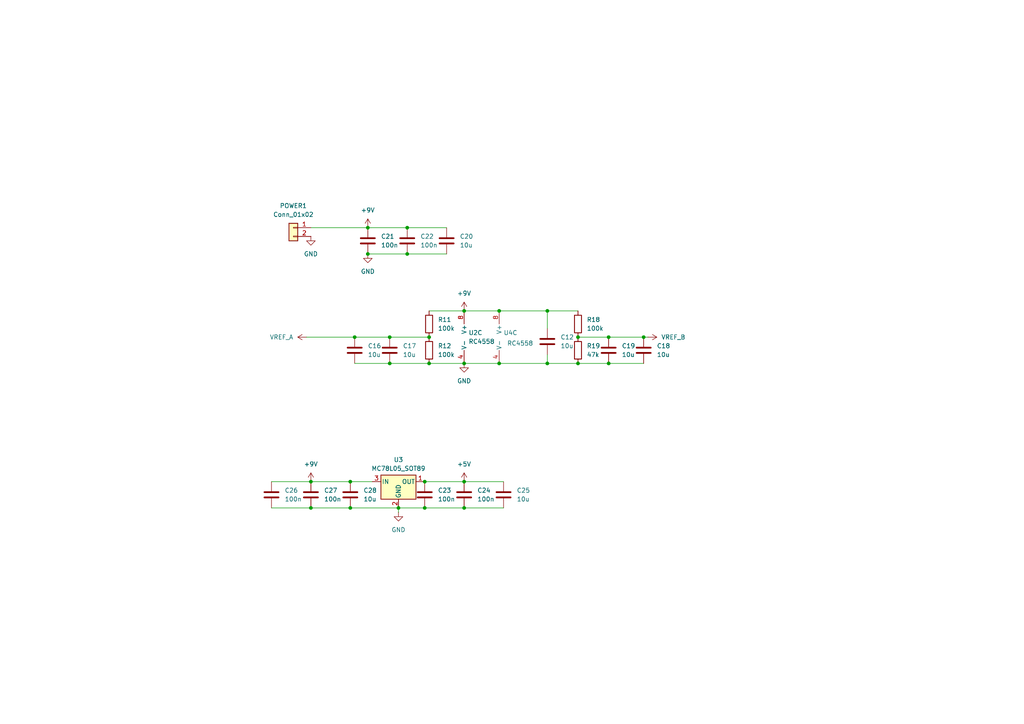
<source format=kicad_sch>
(kicad_sch (version 20231120) (generator "eeschema") (generator_version "8.0")
  (paper "A4")
  (lib_symbols
    (symbol "Amplifier_Operational:RC4558" (pin_names (offset 0.127))
      (property "Reference" "U" (at 0 5.08 0))
      (property "Value" "RC4558" (at 0 -5.08 0))
      (symbol "RC4558_1_1"
        (polyline (pts (xy -5.08 5.08) (xy 5.08 0) (xy -5.08 -5.08) (xy -5.08 5.08)) (stroke (width 0.254)) (fill (type background)))
        (pin output line (at 7.62 0 180) (length 2.54) (name "~") (number "1"))
        (pin input line (at -7.62 -2.54 0) (length 2.54) (name "-") (number "2"))
        (pin input line (at -7.62 2.54 0) (length 2.54) (name "+") (number "3"))
      )
      (symbol "RC4558_2_1"
        (polyline (pts (xy -5.08 5.08) (xy 5.08 0) (xy -5.08 -5.08) (xy -5.08 5.08)) (stroke (width 0.254)) (fill (type background)))
        (pin input line (at -7.62 2.54 0) (length 2.54) (name "+") (number "5"))
        (pin input line (at -7.62 -2.54 0) (length 2.54) (name "-") (number "6"))
        (pin output line (at 7.62 0 180) (length 2.54) (name "~") (number "7"))
      )
      (symbol "RC4558_3_1"
        (pin power_in line (at -2.54 -7.62 90) (length 3.81) (name "V-") (number "4"))
        (pin power_in line (at -2.54 7.62 270) (length 3.81) (name "V+") (number "8"))
      )
    )
    (symbol "Connector_Generic:Conn_01x02" (pin_names (offset 1.016) hide)
      (property "Reference" "J" (at 0 2.54 0))
      (property "Value" "Conn_01x02" (at 0 -5.08 0))
      (symbol "Conn_01x02_1_1"
        (rectangle (start -1.27 -2.413) (end 0 -2.667) (stroke (width 0.1524)))
        (rectangle (start -1.27 0.127) (end 0 -0.127) (stroke (width 0.1524)))
        (rectangle (start -1.27 1.27) (end 1.27 -3.81) (stroke (width 0.254)) (fill (type background)))
        (pin passive line (at -5.08 0 0) (length 3.81) (name "Pin_1") (number "1"))
        (pin passive line (at -5.08 -2.54 0) (length 3.81) (name "Pin_2") (number "2"))
      )
    )
    (symbol "Device:C" (pin_numbers hide) (pin_names (offset 0.254))
      (property "Reference" "C" (at 0.635 2.54 0))
      (property "Value" "C" (at 0.635 -2.54 0))
      (symbol "C_0_1"
        (polyline (pts (xy -2.032 -0.762) (xy 2.032 -0.762)) (stroke (width 0.508)))
        (polyline (pts (xy -2.032 0.762) (xy 2.032 0.762)) (stroke (width 0.508)))
      )
      (symbol "C_1_1"
        (pin passive line (at 0 3.81 270) (length 2.794) (name "~") (number "1"))
        (pin passive line (at 0 -3.81 90) (length 2.794) (name "~") (number "2"))
      )
    )
    (symbol "Device:R" (pin_numbers hide) (pin_names (offset 0))
      (property "Reference" "R" (at 2.032 0 90))
      (property "Value" "R" (at 0 0 90))
      (symbol "R_0_1"
        (rectangle (start -1.016 -2.54) (end 1.016 2.54) (stroke (width 0.254)))
      )
      (symbol "R_1_1"
        (pin passive line (at 0 3.81 270) (length 1.27) (name "~") (number "1"))
        (pin passive line (at 0 -3.81 90) (length 1.27) (name "~") (number "2"))
      )
    )
    (symbol "Regulator_Linear:MC78L05_SOT89" (pin_names (offset 0.254))
      (property "Reference" "U" (at -3.81 3.175 0))
      (property "Value" "MC78L05_SOT89" (at -0.635 3.175 0))
      (symbol "MC78L05_SOT89_0_1"
        (rectangle (start -5.08 1.905) (end 5.08 -5.08) (stroke (width 0.254)) (fill (type background)))
      )
      (symbol "MC78L05_SOT89_1_1"
        (pin power_out line (at 7.62 0 180) (length 2.54) (name "OUT") (number "1"))
        (pin power_in line (at 0 -7.62 90) (length 2.54) (name "GND") (number "2"))
        (pin power_in line (at -7.62 0 0) (length 2.54) (name "IN") (number "3"))
      )
    )
    (symbol "power:+5V" (power) (pin_numbers hide) (pin_names (offset 0) hide)
      (property "Value" "+5V" (at 0 3.556 0))
      (symbol "+5V_0_1"
        (polyline (pts (xy -0.762 1.27) (xy 0 2.54)))
        (polyline (pts (xy 0 0) (xy 0 2.54)))
        (polyline (pts (xy 0 2.54) (xy 0.762 1.27)))
      )
      (symbol "+5V_1_1"
        (pin power_in line (at 0 0 90) (length 0) (name "~") (number "1"))
      )
    )
    (symbol "power:+9V" (power) (pin_numbers hide) (pin_names (offset 0) hide)
      (property "Value" "+9V" (at 0 3.556 0))
      (symbol "+9V_0_1"
        (polyline (pts (xy -0.762 1.27) (xy 0 2.54)))
        (polyline (pts (xy 0 0) (xy 0 2.54)))
        (polyline (pts (xy 0 2.54) (xy 0.762 1.27)))
      )
      (symbol "+9V_1_1"
        (pin power_in line (at 0 0 90) (length 0) (name "~") (number "1"))
      )
    )
    (symbol "power:GND" (power) (pin_numbers hide) (pin_names (offset 0) hide)
      (property "Value" "GND" (at 0 -3.81 0))
      (symbol "GND_0_1"
        (polyline (pts (xy 0 0) (xy 0 -1.27) (xy 1.27 -1.27) (xy 0 -2.54) (xy -1.27 -1.27) (xy 0 -1.27)))
      )
      (symbol "GND_1_1"
        (pin power_in line (at 0 0 270) (length 0) (name "~") (number "1"))
      )
    )
    (symbol "power:VAA" (power) (pin_numbers hide) (pin_names (offset 0) hide)
      (property "Value" "VAA" (at 0 3.556 0))
      (symbol "VAA_0_1"
        (polyline (pts (xy -0.762 1.27) (xy 0 2.54)))
        (polyline (pts (xy 0 0) (xy 0 2.54)))
        (polyline (pts (xy 0 2.54) (xy 0.762 1.27)))
      )
      (symbol "VAA_1_1"
        (pin power_in line (at 0 0 90) (length 0) (name "~") (number "1"))
      )
    )
  )
  (junction (at 106.68 73.66))
  (junction (at 134.62 147.32))
  (junction (at 106.68 66.04))
  (junction (at 123.19 147.32))
  (junction (at 167.64 97.79))
  (junction (at 134.62 139.7))
  (junction (at 118.11 73.66))
  (junction (at 123.19 139.7))
  (junction (at 124.46 105.41))
  (junction (at 102.87 97.79))
  (junction (at 144.78 90.17))
  (junction (at 134.62 90.17))
  (junction (at 158.75 105.41))
  (junction (at 134.62 105.41))
  (junction (at 113.03 97.79))
  (junction (at 176.53 97.79))
  (junction (at 186.69 97.79))
  (junction (at 113.03 105.41))
  (junction (at 90.17 139.7))
  (junction (at 101.6 147.32))
  (junction (at 118.11 66.04))
  (junction (at 144.78 105.41))
  (junction (at 158.75 90.17))
  (junction (at 101.6 139.7))
  (junction (at 124.46 97.79))
  (junction (at 90.17 147.32))
  (junction (at 167.64 105.41))
  (junction (at 176.53 105.41))
  (junction (at 115.57 147.32))
  (wire (pts (xy 106.68 73.66) (xy 118.11 73.66)))
  (wire (pts (xy 123.19 139.7) (xy 134.62 139.7)))
  (wire (pts (xy 158.75 95.25) (xy 158.75 90.17)))
  (wire (pts (xy 113.03 97.79) (xy 124.46 97.79)))
  (wire (pts (xy 129.54 66.04) (xy 118.11 66.04)))
  (wire (pts (xy 146.05 147.32) (xy 134.62 147.32)))
  (wire (pts (xy 144.78 90.17) (xy 134.62 90.17)))
  (wire (pts (xy 167.64 105.41) (xy 176.53 105.41)))
  (wire (pts (xy 124.46 90.17) (xy 134.62 90.17)))
  (wire (pts (xy 113.03 105.41) (xy 124.46 105.41)))
  (wire (pts (xy 144.78 105.41) (xy 134.62 105.41)))
  (wire (pts (xy 129.54 73.66) (xy 118.11 73.66)))
  (wire (pts (xy 186.69 105.41) (xy 176.53 105.41)))
  (wire (pts (xy 134.62 139.7) (xy 146.05 139.7)))
  (wire (pts (xy 78.74 139.7) (xy 90.17 139.7)))
  (wire (pts (xy 102.87 97.79) (xy 113.03 97.79)))
  (wire (pts (xy 158.75 102.87) (xy 158.75 105.41)))
  (wire (pts (xy 167.64 97.79) (xy 176.53 97.79)))
  (wire (pts (xy 78.74 147.32) (xy 90.17 147.32)))
  (wire (pts (xy 90.17 139.7) (xy 101.6 139.7)))
  (wire (pts (xy 123.19 147.32) (xy 134.62 147.32)))
  (wire (pts (xy 144.78 90.17) (xy 158.75 90.17)))
  (wire (pts (xy 187.96 97.79) (xy 186.69 97.79)))
  (wire (pts (xy 90.17 66.04) (xy 106.68 66.04)))
  (wire (pts (xy 106.68 66.04) (xy 118.11 66.04)))
  (wire (pts (xy 186.69 97.79) (xy 176.53 97.79)))
  (wire (pts (xy 88.9 97.79) (xy 102.87 97.79)))
  (wire (pts (xy 158.75 105.41) (xy 167.64 105.41)))
  (wire (pts (xy 115.57 147.32) (xy 123.19 147.32)))
  (wire (pts (xy 90.17 147.32) (xy 101.6 147.32)))
  (wire (pts (xy 158.75 90.17) (xy 167.64 90.17)))
  (wire (pts (xy 124.46 105.41) (xy 134.62 105.41)))
  (wire (pts (xy 144.78 105.41) (xy 158.75 105.41)))
  (wire (pts (xy 115.57 148.59) (xy 115.57 147.32)))
  (wire (pts (xy 102.87 105.41) (xy 113.03 105.41)))
  (wire (pts (xy 101.6 139.7) (xy 107.95 139.7)))
  (wire (pts (xy 101.6 147.32) (xy 115.57 147.32)))
  (symbol (lib_id "Device:C") (at 158.75 99.06 180) (unit 1)
    (property "Reference" "C12" (at 162.56 97.7899 0) (effects (justify right)))
    (property "Value" "10u" (at 162.56 100.3299 0) (effects (justify right)))
    (property "Footprint" "Capacitor_SMD:C_0805_2012Metric" (effects (hide yes)))
    (property "Description" "Unpolarized capacitor" (effects (hide yes)))
  )
  (symbol (lib_id "power:VAA") (at 187.96 97.79 270) (unit 1)
    (property "Reference" "#PWR013" (effects (hide yes)))
    (property "Value" "VREF_B" (at 191.77 97.7899 90) (effects (justify left)))
    (property "Description" "Power symbol creates a global label with name \"VAA\"" (effects (hide yes)))
  )
  (symbol (lib_id "Device:C") (at 123.19 143.51 180) (unit 1)
    (property "Reference" "C23" (at 127 142.2399 0) (effects (justify right)))
    (property "Value" "100n" (at 127 144.7799 0) (effects (justify right)))
    (property "Footprint" "Capacitor_SMD:C_0805_2012Metric" (effects (hide yes)))
    (property "Description" "Unpolarized capacitor" (effects (hide yes)))
  )
  (symbol (lib_id "Device:C") (at 78.74 143.51 180) (unit 1)
    (property "Reference" "C26" (at 82.55 142.2399 0) (effects (justify right)))
    (property "Value" "100n" (at 82.55 144.7799 0) (effects (justify right)))
    (property "Footprint" "Capacitor_SMD:C_0805_2012Metric" (effects (hide yes)))
    (property "Description" "Unpolarized capacitor" (effects (hide yes)))
  )
  (symbol (lib_id "Regulator_Linear:MC78L05_SOT89") (at 115.57 139.7 0) (unit 1)
    (property "Reference" "U3" (at 115.57 133.35 0))
    (property "Value" "MC78L05_SOT89" (at 115.57 135.89 0))
    (property "Footprint" "Package_SO:SOIC-8_3.9x4.9mm_P1.27mm" (effects (hide yes)))
    (property "Datasheet" "https://www.onsemi.com/pub/Collateral/MC78L00A-D.PDF" (effects (hide yes)))
    (property "Description" "Positive 100mA 30V Linear Regulator, Fixed Output 5V, SOT-89" (effects (hide yes)))
  )
  (symbol (lib_id "power:+9V") (at 134.62 90.17 0) (unit 1)
    (property "Reference" "#PWR015" (effects (hide yes)))
    (property "Value" "+9V" (at 134.62 85.09 0))
    (property "Description" "Power symbol creates a global label with name \"+9V\"" (effects (hide yes)))
  )
  (symbol (lib_id "power:VAA") (at 88.9 97.79 90) (unit 1)
    (property "Reference" "#PWR05" (effects (hide yes)))
    (property "Value" "VREF_A" (at 85.09 97.7899 90) (effects (justify left)))
    (property "Description" "Power symbol creates a global label with name \"VAA\"" (effects (hide yes)))
  )
  (symbol (lib_id "Device:C") (at 113.03 101.6 180) (unit 1)
    (property "Reference" "C17" (at 116.84 100.3299 0) (effects (justify right)))
    (property "Value" "10u" (at 116.84 102.8699 0) (effects (justify right)))
    (property "Footprint" "Capacitor_SMD:C_0805_2012Metric" (effects (hide yes)))
    (property "Description" "Unpolarized capacitor" (effects (hide yes)))
  )
  (symbol (lib_id "Device:R") (at 124.46 93.98 180) (unit 1)
    (property "Reference" "R11" (at 127 92.7099 0) (effects (justify right)))
    (property "Value" "100k" (at 127 95.2499 0) (effects (justify right)))
    (property "Footprint" "Resistor_SMD:R_0805_2012Metric" (effects (hide yes)))
    (property "Description" "Resistor" (effects (hide yes)))
  )
  (symbol (lib_id "Device:C") (at 146.05 143.51 180) (unit 1)
    (property "Reference" "C25" (at 149.86 142.2399 0) (effects (justify right)))
    (property "Value" "10u" (at 149.86 144.7799 0) (effects (justify right)))
    (property "Footprint" "Capacitor_SMD:C_0805_2012Metric" (effects (hide yes)))
    (property "Description" "Unpolarized capacitor" (effects (hide yes)))
  )
  (symbol (lib_id "Device:R") (at 167.64 101.6 180) (unit 1)
    (property "Reference" "R19" (at 170.18 100.3299 0) (effects (justify right)))
    (property "Value" "47k" (at 170.18 102.8699 0) (effects (justify right)))
    (property "Footprint" "Resistor_SMD:R_0805_2012Metric" (effects (hide yes)))
    (property "Description" "Resistor" (effects (hide yes)))
  )
  (symbol (lib_id "Device:R") (at 167.64 93.98 180) (unit 1)
    (property "Reference" "R18" (at 170.18 92.7099 0) (effects (justify right)))
    (property "Value" "100k" (at 170.18 95.2499 0) (effects (justify right)))
    (property "Footprint" "Resistor_SMD:R_0805_2012Metric" (effects (hide yes)))
    (property "Description" "Resistor" (effects (hide yes)))
  )
  (symbol (lib_id "Device:C") (at 134.62 143.51 180) (unit 1)
    (property "Reference" "C24" (at 138.43 142.2399 0) (effects (justify right)))
    (property "Value" "100n" (at 138.43 144.7799 0) (effects (justify right)))
    (property "Footprint" "Capacitor_SMD:C_0805_2012Metric" (effects (hide yes)))
    (property "Description" "Unpolarized capacitor" (effects (hide yes)))
  )
  (symbol (lib_id "power:GND") (at 115.57 148.59 0) (unit 1)
    (property "Reference" "#PWR020" (effects (hide yes)))
    (property "Value" "GND" (at 115.57 153.67 0))
    (property "Description" "Power symbol creates a global label with name \"GND\" , ground" (effects (hide yes)))
  )
  (symbol (lib_id "power:GND") (at 134.62 105.41 0) (unit 1)
    (property "Reference" "#PWR06" (effects (hide yes)))
    (property "Value" "GND" (at 134.62 110.49 0))
    (property "Description" "Power symbol creates a global label with name \"GND\" , ground" (effects (hide yes)))
  )
  (symbol (lib_id "Device:C") (at 106.68 69.85 180) (unit 1)
    (property "Reference" "C21" (at 110.49 68.5799 0) (effects (justify right)))
    (property "Value" "100n" (at 110.49 71.1199 0) (effects (justify right)))
    (property "Footprint" "Capacitor_SMD:C_0805_2012Metric" (effects (hide yes)))
    (property "Description" "Unpolarized capacitor" (effects (hide yes)))
  )
  (symbol (lib_id "Amplifier_Operational:RC4558") (at 137.16 97.79 0) (unit 3)
    (property "Reference" "U2" (at 135.89 96.5199 0) (effects (justify left)))
    (property "Value" "RC4558" (at 135.89 99.0599 0) (effects (justify left)))
    (property "Footprint" "Package_SO:SOIC-8W_5.3x5.3mm_P1.27mm" (effects (hide yes)))
    (property "Datasheet" "http://www.ti.com/lit/ds/symlink/rc4558.pdf" (effects (hide yes)))
    (property "Description" "Dual General Purpose, Operational Amplifier, DIP-8/SOIC-8/SSOP-8" (effects (hide yes)))
  )
  (symbol (lib_id "power:GND") (at 90.17 68.58 0) (unit 1)
    (property "Reference" "#PWR030" (effects (hide yes)))
    (property "Value" "GND" (at 90.17 73.66 0))
    (property "Description" "Power symbol creates a global label with name \"GND\" , ground" (effects (hide yes)))
  )
  (symbol (lib_id "power:+9V") (at 90.17 139.7 0) (unit 1)
    (property "Reference" "#PWR018" (effects (hide yes)))
    (property "Value" "+9V" (at 90.17 134.62 0))
    (property "Description" "Power symbol creates a global label with name \"+9V\"" (effects (hide yes)))
  )
  (symbol (lib_id "Device:C") (at 186.69 101.6 180) (unit 1)
    (property "Reference" "C18" (at 190.5 100.3299 0) (effects (justify right)))
    (property "Value" "10u" (at 190.5 102.8699 0) (effects (justify right)))
    (property "Footprint" "Capacitor_SMD:C_0805_2012Metric" (effects (hide yes)))
    (property "Description" "Unpolarized capacitor" (effects (hide yes)))
  )
  (symbol (lib_id "Device:C") (at 129.54 69.85 180) (unit 1)
    (property "Reference" "C20" (at 133.35 68.5799 0) (effects (justify right)))
    (property "Value" "10u" (at 133.35 71.1199 0) (effects (justify right)))
    (property "Footprint" "Capacitor_SMD:C_0805_2012Metric" (effects (hide yes)))
    (property "Description" "Unpolarized capacitor" (effects (hide yes)))
  )
  (symbol (lib_id "Device:C") (at 176.53 101.6 180) (unit 1)
    (property "Reference" "C19" (at 180.34 100.3299 0) (effects (justify right)))
    (property "Value" "10u" (at 180.34 102.8699 0) (effects (justify right)))
    (property "Footprint" "Capacitor_SMD:C_0805_2012Metric" (effects (hide yes)))
    (property "Description" "Unpolarized capacitor" (effects (hide yes)))
  )
  (symbol (lib_id "Amplifier_Operational:RC4558") (at 147.32 97.79 0) (unit 3)
    (property "Reference" "U4" (at 146.05 96.5199 0) (effects (justify left)))
    (property "Value" "RC4558" (at 147.066 99.568 0) (effects (justify left)))
    (property "Footprint" "Package_SO:SOIC-8W_5.3x5.3mm_P1.27mm" (effects (hide yes)))
    (property "Datasheet" "http://www.ti.com/lit/ds/symlink/rc4558.pdf" (effects (hide yes)))
    (property "Description" "Dual General Purpose, Operational Amplifier, DIP-8/SOIC-8/SSOP-8" (effects (hide yes)))
  )
  (symbol (lib_id "Device:C") (at 102.87 101.6 180) (unit 1)
    (property "Reference" "C16" (at 106.68 100.3299 0) (effects (justify right)))
    (property "Value" "10u" (at 106.68 102.8699 0) (effects (justify right)))
    (property "Footprint" "Capacitor_SMD:C_0805_2012Metric" (effects (hide yes)))
    (property "Description" "Unpolarized capacitor" (effects (hide yes)))
  )
  (symbol (lib_id "Device:C") (at 101.6 143.51 180) (unit 1)
    (property "Reference" "C28" (at 105.41 142.2399 0) (effects (justify right)))
    (property "Value" "10u" (at 105.41 144.7799 0) (effects (justify right)))
    (property "Footprint" "Capacitor_SMD:C_0805_2012Metric" (effects (hide yes)))
    (property "Description" "Unpolarized capacitor" (effects (hide yes)))
  )
  (symbol (lib_id "Connector_Generic:Conn_01x02") (at 85.09 66.04 0) (mirror y) (unit 1)
    (property "Reference" "POWER1" (at 85.09 59.69 0))
    (property "Value" "Conn_01x02" (at 85.09 62.23 0))
    (property "Footprint" "Connector_PinHeader_2.54mm:PinHeader_1x02_P2.54mm_Vertical" (effects (hide yes)))
    (property "Description" "Generic connector, single row, 01x02, script generated (kicad-library-utils/schlib/autogen/connector/)" (effects (hide yes)))
  )
  (symbol (lib_id "power:+5V") (at 134.62 139.7 0) (unit 1)
    (property "Reference" "#PWR019" (effects (hide yes)))
    (property "Value" "+5V" (at 134.62 134.62 0))
    (property "Description" "Power symbol creates a global label with name \"+5V\"" (effects (hide yes)))
  )
  (symbol (lib_id "Device:R") (at 124.46 101.6 180) (unit 1)
    (property "Reference" "R12" (at 127 100.3299 0) (effects (justify right)))
    (property "Value" "100k" (at 127 102.8699 0) (effects (justify right)))
    (property "Footprint" "Resistor_SMD:R_0805_2012Metric" (effects (hide yes)))
    (property "Description" "Resistor" (effects (hide yes)))
  )
  (symbol (lib_id "power:GND") (at 106.68 73.66 0) (unit 1)
    (property "Reference" "#PWR017" (effects (hide yes)))
    (property "Value" "GND" (at 106.68 78.74 0))
    (property "Description" "Power symbol creates a global label with name \"GND\" , ground" (effects (hide yes)))
  )
  (symbol (lib_id "power:+9V") (at 106.68 66.04 0) (unit 1)
    (property "Reference" "#PWR016" (effects (hide yes)))
    (property "Value" "+9V" (at 106.68 60.96 0))
    (property "Description" "Power symbol creates a global label with name \"+9V\"" (effects (hide yes)))
  )
  (symbol (lib_id "Device:C") (at 118.11 69.85 180) (unit 1)
    (property "Reference" "C22" (at 121.92 68.5799 0) (effects (justify right)))
    (property "Value" "100n" (at 121.92 71.1199 0) (effects (justify right)))
    (property "Footprint" "Capacitor_SMD:C_0805_2012Metric" (effects (hide yes)))
    (property "Description" "Unpolarized capacitor" (effects (hide yes)))
  )
  (symbol (lib_id "Device:C") (at 90.17 143.51 180) (unit 1)
    (property "Reference" "C27" (at 93.98 142.2399 0) (effects (justify right)))
    (property "Value" "100n" (at 93.98 144.7799 0) (effects (justify right)))
    (property "Footprint" "Capacitor_SMD:C_0805_2012Metric" (effects (hide yes)))
    (property "Description" "Unpolarized capacitor" (effects (hide yes)))
  )
)
</source>
